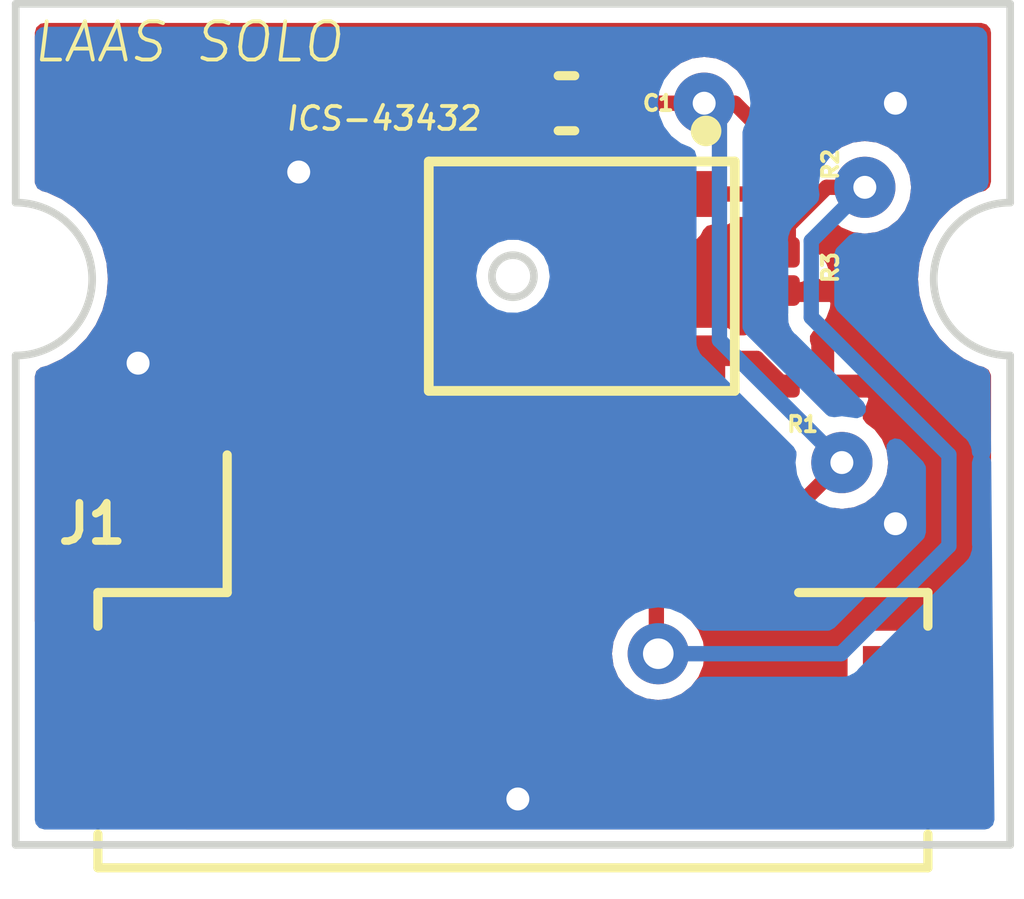
<source format=kicad_pcb>
(kicad_pcb (version 20211014) (generator pcbnew)
  (layers (0 "F.Cu" power) (31 "B.Cu" signal) (34 "B.Paste" user) (35 "F.Paste" user) (36 "B.SilkS" user "B.Silkscreen") (37 "F.SilkS" user "F.Silkscreen") (38 "B.Mask" user) (39 "F.Mask" user) (44 "Edge.Cuts" user))
  (net 0 "")
  (net 1 "VDD")
  (net 2 "GND")
  (net 3 "/WS")
  (net 4 "/SCK")
  (net 5 "/SD")
  (net 6 "/LR")
  (footprint "Resistor_SMD:R_01005_0402Metric" (layer "F.Cu") (at 138.1 69 -90)
    (fp_text reference "R3" (at -0.05 -0.55 90) (layer "F.SilkS") (effects (font (size 0.2 0.2) (thickness 0.05))))
    (fp_text value "0" hide)
    (pad "1" smd roundrect (at -0.25 0 270) (size 0.4 0.3) (layers "F.Cu" "F.Mask") (net 6 "/LR"))
    (pad "2" smd roundrect (at 0.25 0 270) (size 0.4 0.3) (layers "F.Cu" "F.Mask") (net 2 "GND"))
  )
  (footprint "Capacitor_SMD:C_0402_1005Metric" (layer "F.Cu") (at 135.2 66.8 180)
    (fp_text reference "C1" (at -1.2 0) (layer "F.SilkS") (effects (font (size 0.2 0.2) (thickness 0.05))))
    (fp_text value "0.1u" hide)
    (fp_line (start -0.107836 -0.36) (end 0.107836 -0.36) (layer "F.SilkS") (width 0.12))
    (fp_line (start -0.107836 0.36) (end 0.107836 0.36) (layer "F.SilkS") (width 0.12))
    (pad "1" smd roundrect (at -0.48 0 180) (size 0.56 0.62) (layers "F.Cu" "F.Paste" "F.Mask") (net 1 "VDD"))
    (pad "2" smd roundrect (at 0.48 0 180) (size 0.56 0.62) (layers "F.Cu" "F.Paste" "F.Mask") (net 2 "GND"))
  )
  (footprint "Connector_Hirose:Hirose_DF13C_CL535-0406-3-51_1x06-1MP_P1.25mm_Vertical" (layer "F.Cu") (at 134.5 73.75)
    (fp_text reference "J1" (at -5.5 -1.45) (layer "F.SilkS") (effects (font (size 0.5 0.5) (thickness 0.1))))
    (fp_text value "Conn_01x06_Female" hide)
    (fp_line (start -5.425 3.05) (end 5.425 3.05) (layer "F.SilkS") (width 0.12))
    (fp_line (start -5.425 2.61) (end -5.425 3.05) (layer "F.SilkS") (width 0.12))
    (fp_line (start -3.735 -0.55) (end -3.735 -2.35) (layer "F.SilkS") (width 0.12))
    (fp_line (start -5.425 -0.55) (end -5.425 -0.11) (layer "F.SilkS") (width 0.12))
    (fp_line (start -3.735 -0.55) (end -5.425 -0.55) (layer "F.SilkS") (width 0.12))
    (fp_line (start 5.425 3.05) (end 5.425 2.61) (layer "F.SilkS") (width 0.12))
    (fp_line (start 3.735 -0.55) (end 5.425 -0.55) (layer "F.SilkS") (width 0.12))
    (fp_line (start 5.425 -0.55) (end 5.425 -0.11) (layer "F.SilkS") (width 0.12))
    (pad "1" smd rect locked (at -3.125 -1.45) (size 0.7 1.8) (layers "F.Cu" "F.Paste" "F.Mask") (net 2 "GND"))
    (pad "2" smd rect locked (at -1.875 -1.45) (size 0.7 1.8) (layers "F.Cu" "F.Paste" "F.Mask") (net 3 "/WS"))
    (pad "3" smd rect locked (at -0.625 -1.45) (size 0.7 1.8) (layers "F.Cu" "F.Paste" "F.Mask") (net 4 "/SCK"))
    (pad "4" smd rect locked (at 0.625 -1.45) (size 0.7 1.8) (layers "F.Cu" "F.Paste" "F.Mask") (net 5 "/SD"))
    (pad "5" smd rect locked (at 1.875 -1.45) (size 0.7 1.8) (layers "F.Cu" "F.Paste" "F.Mask") (net 6 "/LR"))
    (pad "6" smd rect locked (at 3.125 -1.45) (size 0.7 1.8) (layers "F.Cu" "F.Paste" "F.Mask") (net 1 "VDD"))
    (pad "MP" smd rect locked (at 5.375 1.25) (size 1.6 2.2) (layers "F.Cu" "F.Paste" "F.Mask"))
    (pad "MP" smd rect locked (at -5.375 1.25) (size 1.6 2.2) (layers "F.Cu" "F.Paste" "F.Mask"))
  )
  (footprint "Resistor_SMD:R_01005_0402Metric" (layer "F.Cu") (at 138.3 70.5)
    (fp_text reference "R1" (at -0.0125 0.5) (layer "F.SilkS") (effects (font (size 0.2 0.2) (thickness 0.05))))
    (fp_text value "100k" hide)
    (pad "1" smd roundrect (at -0.25 0) (size 0.4 0.3) (layers "F.Cu" "F.Mask") (net 5 "/SD"))
    (pad "2" smd roundrect (at 0.25 0) (size 0.4 0.3) (layers "F.Cu" "F.Mask") (net 2 "GND"))
  )
  (footprint "ICS-43432:MIC_ICS-43432" (layer "F.Cu") (at 135.4 69.0625 -90)
    (fp_text reference "K1" hide)
    (fp_text value "ICS-43432" hide)
    (fp_circle (center 0 0.905) (end 0.67 0.905) (layer "F.Cu") (width 0.3) (fill none))
    (fp_line (start -1.5 -2) (end 1.5 -2) (layer "F.SilkS") (width 0.127))
    (fp_line (start 1.5 2) (end -1.5 2) (layer "F.SilkS") (width 0.127))
    (fp_line (start 1.5 -2) (end 1.5 2) (layer "F.SilkS") (width 0.127))
    (fp_line (start -1.5 2) (end -1.5 -2) (layer "F.SilkS") (width 0.127))
    (fp_circle (center -1.9 -1.625) (end -1.8 -1.625) (layer "F.SilkS") (width 0.2) (fill none))
    (fp_circle (center 0 0.9) (end 0.275 0.9) (layer "Edge.Cuts") (width 0.1) (fill none))
    (pad "1" smd rect (at -1.075 -1.675 270) (size 0.6 0.4) (layers "F.Cu" "F.Mask") (net 6 "/LR"))
    (pad "2" smd rect (at -1.075 -1.025 270) (size 0.6 0.4) (layers "F.Cu" "F.Mask") (net 2 "GND"))
    (pad "3" smd rect (at -1.075 -0.375 270) (size 0.6 0.4) (layers "F.Cu" "F.Mask") (net 1 "VDD"))
    (pad "4" smd rect (at -0.991656 0.925 270) (size 0.833312 0.900001) (layers "F.Cu") (net 2 "GND"))
    (pad "5" smd rect (at 1.075 -0.375 270) (size 0.6 0.4) (layers "F.Cu" "F.Mask") (net 3 "/WS"))
    (pad "6" smd rect (at 1.075 -1.025 270) (size 0.6 0.4) (layers "F.Cu" "F.Mask") (net 4 "/SCK"))
    (pad "7" smd rect (at 1.075 -1.675 270) (size 0.6 0.4) (layers "F.Cu" "F.Mask") (net 5 "/SD"))
  )
  (footprint "Resistor_SMD:R_01005_0402Metric" (layer "F.Cu") (at 138.1 67.75 -90)
    (fp_text reference "R2" (at -0.15 -0.55 90) (layer "F.SilkS") (effects (font (size 0.2 0.2) (thickness 0.05))))
    (fp_text value "NC" hide)
    (pad "1" smd roundrect (at -0.25 0 270) (size 0.4 0.3) (layers "F.Cu" "F.Mask") (net 1 "VDD"))
    (pad "2" smd roundrect (at 0.25 0 270) (size 0.4 0.3) (layers "F.Cu" "F.Mask") (net 6 "/LR"))
  )
  (gr_line (start 141 70.1) (end 141 76.5) (layer "Edge.Cuts") (width 0.1))
  (gr_line (start 128 70.1) (end 128 76.5) (layer "Edge.Cuts") (width 0.1))
  (gr_arc (start 141 70.1) (mid 140 69.1) (end 141 68.1) (layer "Edge.Cuts") (width 0.1))
  (gr_arc (start 128 68.1) (mid 129 69.1) (end 128 70.1) (layer "Edge.Cuts") (width 0.1))
  (gr_line (start 141 68.1) (end 141 65.5) (layer "Edge.Cuts") (width 0.1))
  (gr_line (start 128 76.5) (end 141 76.5) (layer "Edge.Cuts") (width 0.1))
  (gr_line (start 141 65.5) (end 128 65.5) (layer "Edge.Cuts") (width 0.1))
  (gr_line (start 128 68.1) (end 128 65.5) (layer "Edge.Cuts") (width 0.1))
  (gr_text "ICS-43432" (at 132.8 67) (layer "F.SilkS") (effects (font (size 0.3 0.3) (thickness 0.05) italic)))
  (gr_text "LAAS SOLO" (at 130.25 66) (layer "F.SilkS") (effects (font (size 0.5 0.5) (thickness 0.05) italic)))
  (segment (start 138 72.3) (end 138.8 71.5) (width 0.2) (layer "F.Cu") (net 1))
  (segment (start 135.775 66.895) (end 135.68 66.8) (width 0.2) (layer "F.Cu") (net 1))
  (segment (start 135.775 67.9875) (end 135.775 66.895) (width 0.2) (layer "F.Cu") (net 1))
  (segment (start 137 66.8) (end 135.68 66.8) (width 0.2) (layer "F.Cu") (net 1))
  (segment (start 137.625 72.3) (end 138 72.3) (width 0.2) (layer "F.Cu") (net 1))
  (segment (start 137.4 66.8) (end 138.1 67.5) (width 0.2) (layer "F.Cu") (net 1))
  (segment (start 137 66.8) (end 137.4 66.8) (width 0.2) (layer "F.Cu") (net 1))
  (via (at 137 66.8) (size 0.8) (drill 0.3) (layers "F.Cu" "B.Cu") (net 1))
  (via (at 138.8 71.5) (size 0.8) (drill 0.3) (layers "F.Cu" "B.Cu") (net 1))
  (segment (start 137.2 67) (end 137.2 69.9) (width 0.2) (layer "B.Cu") (net 1))
  (segment (start 137 66.8) (end 137.2 67) (width 0.2) (layer "B.Cu") (net 1))
  (segment (start 137.2 69.9) (end 138.8 71.5) (width 0.2) (layer "B.Cu") (net 1))
  (via (at 131.7 67.7) (size 0.8) (drill 0.3) (layers "F.Cu" "B.Cu") (net 2))
  (via (at 139.5 66.8) (size 0.8) (drill 0.3) (layers "F.Cu" "B.Cu") (net 2))
  (via (at 129.6 70.2) (size 0.8) (drill 0.3) (layers "F.Cu" "B.Cu") (net 2))
  (via (at 134.564501 75.9) (size 0.8) (drill 0.3) (layers "F.Cu" "B.Cu") (net 2))
  (via (at 139.5 72.3) (size 0.8) (drill 0.3) (layers "F.Cu" "B.Cu") (net 2))
  (segment (start 135.699776 70.212724) (end 135.775 70.1375) (width 0.25) (layer "F.Cu") (net 3))
  (segment (start 132.625 71.75) (end 134.162276 70.212724) (width 0.2) (layer "F.Cu") (net 3))
  (segment (start 134.162276 70.212724) (end 135.699776 70.212724) (width 0.2) (layer "F.Cu") (net 3))
  (segment (start 133.875 72.3) (end 133.875 71.75) (width 0.2) (layer "F.Cu") (net 4))
  (segment (start 136 70.7) (end 136.425 70.275) (width 0.2) (layer "F.Cu") (net 4))
  (segment (start 134.925 70.7) (end 136 70.7) (width 0.2) (layer "F.Cu") (net 4))
  (segment (start 133.875 71.75) (end 134.925 70.7) (width 0.2) (layer "F.Cu") (net 4))
  (segment (start 136.425 70.275) (end 136.425 70.1375) (width 0.2) (layer "F.Cu") (net 4))
  (segment (start 136.305 70.32) (end 136.305 69.975) (width 0.25) (layer "F.Cu") (net 4))
  (segment (start 137.6875 70.1375) (end 138.05 70.5) (width 0.2) (layer "F.Cu") (net 5))
  (segment (start 136.361522 71.1) (end 137.075 70.386522) (width 0.2) (layer "F.Cu") (net 5))
  (segment (start 135.125 72.3) (end 135.125 71.75) (width 0.2) (layer "F.Cu") (net 5))
  (segment (start 137.075 70.1375) (end 137.6875 70.1375) (width 0.2) (layer "F.Cu") (net 5))
  (segment (start 135.775 71.1) (end 136.361522 71.1) (width 0.2) (layer "F.Cu") (net 5))
  (segment (start 137.075 70.386522) (end 137.075 70.1375) (width 0.2) (layer "F.Cu") (net 5))
  (segment (start 135.125 71.75) (end 135.775 71.1) (width 0.2) (layer "F.Cu") (net 5))
  (segment (start 137.6875 67.9875) (end 138.1 68.4) (width 0.2) (layer "F.Cu") (net 6))
  (segment (start 137.075 67.9875) (end 137.6875 67.9875) (width 0.2) (layer "F.Cu") (net 6))
  (segment (start 138.6 67.9) (end 139.1 67.9) (width 0.2) (layer "F.Cu") (net 6))
  (segment (start 139.1 67.9) (end 139 68) (width 0.2) (layer "F.Cu") (net 6))
  (segment (start 136.375 72.3) (end 136.375 71.75) (width 0.2) (layer "F.Cu") (net 6))
  (segment (start 138.1 68.4) (end 138.6 67.9) (width 0.2) (layer "F.Cu") (net 6))
  (segment (start 138.1 68) (end 138.1 68.4) (width 0.2) (layer "F.Cu") (net 6))
  (segment (start 136.375 73.975) (end 136.4 74) (width 0.2) (layer "F.Cu") (net 6))
  (segment (start 136.375 72.3) (end 136.375 73.975) (width 0.2) (layer "F.Cu") (net 6))
  (segment (start 138.1 68.4) (end 138.1 68.75) (width 0.2) (layer "F.Cu") (net 6))
  (via (at 139.1 67.9) (size 0.8) (drill 0.3) (layers "F.Cu" "B.Cu") (net 6))
  (via (at 136.4 74) (size 0.8) (drill 0.4) (layers "F.Cu" "B.Cu") (net 6))
  (segment (start 140.199511 71.399511) (end 138.4 69.6) (width 0.2) (layer "B.Cu") (net 6))
  (segment (start 136.4 74) (end 138.789259 74) (width 0.2) (layer "B.Cu") (net 6))
  (segment (start 138.789259 74) (end 140.199511 72.589748) (width 0.2) (layer "B.Cu") (net 6))
  (segment (start 138.4 68.6) (end 139.1 67.9) (width 0.2) (layer "B.Cu") (net 6))
  (segment (start 138.4 69.6) (end 138.4 68.6) (width 0.2) (layer "B.Cu") (net 6))
  (segment (start 140.199511 72.589748) (end 140.199511 71.399511) (width 0.2) (layer "B.Cu") (net 6))
  (zone (net 2) (net_name "GND") (layer "F.Cu") (connect_pads (clearance 0.2)) (min_thickness 0.254) (fill yes (thermal_gap 0.4) (thermal_bridge_width 0.4))
    (polygon (pts (xy 140.75 76.35) (xy 128.25 76.35) (xy 128.25 65.75) (xy 140.75 65.75)))
  )
  (zone (net 2) (net_name "GND") (layer "B.Cu") (connect_pads (clearance 0.2)) (min_thickness 0.254) (fill yes (thermal_gap 0.508) (thermal_bridge_width 0.508))
    (polygon (pts (xy 140.8 76.75) (xy 128.25 76.75) (xy 128.25 65.8) (xy 140.7 65.8)))
  )
)
</source>
